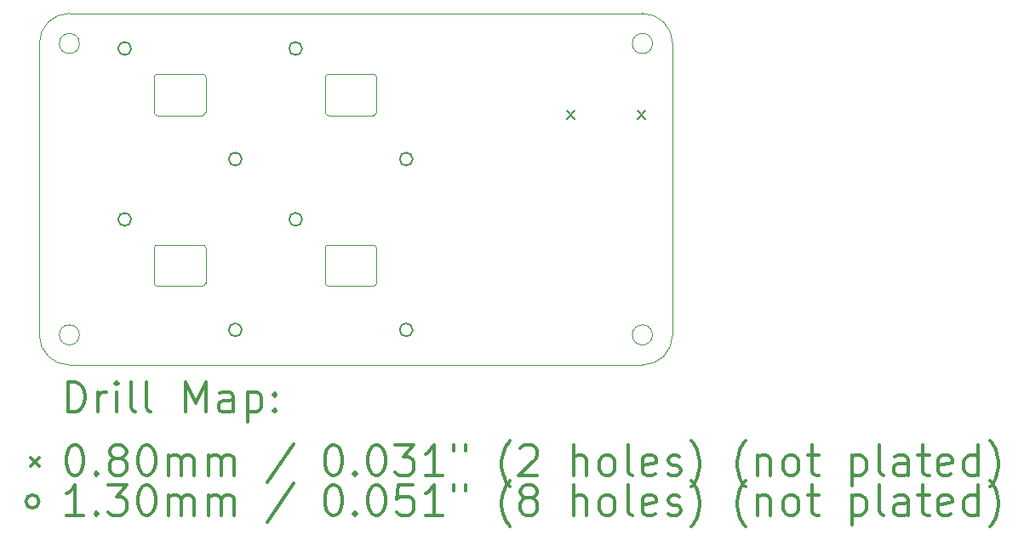
<source format=gbr>
%FSLAX45Y45*%
G04 Gerber Fmt 4.5, Leading zero omitted, Abs format (unit mm)*
G04 Created by KiCad (PCBNEW (5.1.6)-1) date 2022-07-31 05:20:59*
%MOMM*%
%LPD*%
G01*
G04 APERTURE LIST*
%TA.AperFunction,Profile*%
%ADD10C,0.050000*%
%TD*%
%TA.AperFunction,Profile*%
%ADD11C,0.100000*%
%TD*%
%ADD12C,0.200000*%
%ADD13C,0.300000*%
G04 APERTURE END LIST*
D10*
X11700000Y-8200000D02*
X11700000Y-11100000D01*
X12000000Y-11400000D02*
G75*
G02*
X11700000Y-11100000I0J300000D01*
G01*
X11700000Y-8200000D02*
G75*
G02*
X12000000Y-7900000I300000J0D01*
G01*
X12100000Y-11100000D02*
G75*
G03*
X12100000Y-11100000I-100000J0D01*
G01*
X12100000Y-8200000D02*
G75*
G03*
X12100000Y-8200000I-100000J0D01*
G01*
X18000000Y-11100000D02*
G75*
G02*
X17700000Y-11400000I-300000J0D01*
G01*
X17700000Y-7900000D02*
G75*
G02*
X18000000Y-8200000I0J-300000D01*
G01*
X17800000Y-11100000D02*
G75*
G03*
X17800000Y-11100000I-100000J0D01*
G01*
X17800000Y-8200000D02*
G75*
G03*
X17800000Y-8200000I-100000J0D01*
G01*
X12000000Y-11400000D02*
X17700000Y-11400000D01*
X17700000Y-7900000D02*
X12000000Y-7900000D01*
X18000000Y-8200000D02*
X18000000Y-11100000D01*
D11*
X15025000Y-10205000D02*
G75*
G02*
X15055000Y-10235000I0J-30000D01*
G01*
X13355000Y-10585000D02*
G75*
G02*
X13325000Y-10615000I-30000J0D01*
G01*
X14545000Y-10235000D02*
G75*
G02*
X14575000Y-10205000I30000J0D01*
G01*
X12845000Y-10585000D02*
X12845000Y-10235000D01*
X14575000Y-10615000D02*
G75*
G02*
X14545000Y-10585000I0J30000D01*
G01*
X13325000Y-10205000D02*
G75*
G02*
X13355000Y-10235000I0J-30000D01*
G01*
X13325000Y-10205000D02*
X12875000Y-10205000D01*
X13325000Y-10615000D02*
X12875000Y-10615000D01*
X12875000Y-10615000D02*
G75*
G02*
X12845000Y-10585000I0J30000D01*
G01*
X15055000Y-10585000D02*
G75*
G02*
X15025000Y-10615000I-30000J0D01*
G01*
X13355000Y-10235000D02*
X13355000Y-10585000D01*
X12845000Y-10235000D02*
G75*
G02*
X12875000Y-10205000I30000J0D01*
G01*
X15025000Y-10205000D02*
X14575000Y-10205000D01*
X14545000Y-10585000D02*
X14545000Y-10235000D01*
X15055000Y-10235000D02*
X15055000Y-10585000D01*
X15025000Y-10615000D02*
X14575000Y-10615000D01*
X15055000Y-8885000D02*
G75*
G02*
X15025000Y-8915000I-30000J0D01*
G01*
X15025000Y-8505000D02*
G75*
G02*
X15055000Y-8535000I0J-30000D01*
G01*
X15025000Y-8505000D02*
X14575000Y-8505000D01*
X14545000Y-8535000D02*
G75*
G02*
X14575000Y-8505000I30000J0D01*
G01*
X14545000Y-8885000D02*
X14545000Y-8535000D01*
X15055000Y-8535000D02*
X15055000Y-8885000D01*
X14575000Y-8915000D02*
G75*
G02*
X14545000Y-8885000I0J30000D01*
G01*
X15025000Y-8915000D02*
X14575000Y-8915000D01*
X13355000Y-8885000D02*
G75*
G02*
X13325000Y-8915000I-30000J0D01*
G01*
X13325000Y-8505000D02*
G75*
G02*
X13355000Y-8535000I0J-30000D01*
G01*
X13325000Y-8505000D02*
X12875000Y-8505000D01*
X12845000Y-8535000D02*
G75*
G02*
X12875000Y-8505000I30000J0D01*
G01*
X12845000Y-8885000D02*
X12845000Y-8535000D01*
X13355000Y-8535000D02*
X13355000Y-8885000D01*
X12875000Y-8915000D02*
G75*
G02*
X12845000Y-8885000I0J30000D01*
G01*
X13325000Y-8915000D02*
X12875000Y-8915000D01*
D12*
X16947500Y-8870000D02*
X17027500Y-8950000D01*
X17027500Y-8870000D02*
X16947500Y-8950000D01*
X17647500Y-8870000D02*
X17727500Y-8950000D01*
X17727500Y-8870000D02*
X17647500Y-8950000D01*
X12615001Y-9950016D02*
G75*
G03*
X12615001Y-9950016I-65000J0D01*
G01*
X13715001Y-11050016D02*
G75*
G03*
X13715001Y-11050016I-65000J0D01*
G01*
X14315001Y-9950016D02*
G75*
G03*
X14315001Y-9950016I-65000J0D01*
G01*
X15415001Y-11050016D02*
G75*
G03*
X15415001Y-11050016I-65000J0D01*
G01*
X12615001Y-8250016D02*
G75*
G03*
X12615001Y-8250016I-65000J0D01*
G01*
X13715001Y-9350016D02*
G75*
G03*
X13715001Y-9350016I-65000J0D01*
G01*
X14315001Y-8250016D02*
G75*
G03*
X14315001Y-8250016I-65000J0D01*
G01*
X15415001Y-9350016D02*
G75*
G03*
X15415001Y-9350016I-65000J0D01*
G01*
D13*
X11983928Y-11868214D02*
X11983928Y-11568214D01*
X12055357Y-11568214D01*
X12098214Y-11582500D01*
X12126786Y-11611071D01*
X12141071Y-11639643D01*
X12155357Y-11696786D01*
X12155357Y-11739643D01*
X12141071Y-11796786D01*
X12126786Y-11825357D01*
X12098214Y-11853929D01*
X12055357Y-11868214D01*
X11983928Y-11868214D01*
X12283928Y-11868214D02*
X12283928Y-11668214D01*
X12283928Y-11725357D02*
X12298214Y-11696786D01*
X12312500Y-11682500D01*
X12341071Y-11668214D01*
X12369643Y-11668214D01*
X12469643Y-11868214D02*
X12469643Y-11668214D01*
X12469643Y-11568214D02*
X12455357Y-11582500D01*
X12469643Y-11596786D01*
X12483928Y-11582500D01*
X12469643Y-11568214D01*
X12469643Y-11596786D01*
X12655357Y-11868214D02*
X12626786Y-11853929D01*
X12612500Y-11825357D01*
X12612500Y-11568214D01*
X12812500Y-11868214D02*
X12783928Y-11853929D01*
X12769643Y-11825357D01*
X12769643Y-11568214D01*
X13155357Y-11868214D02*
X13155357Y-11568214D01*
X13255357Y-11782500D01*
X13355357Y-11568214D01*
X13355357Y-11868214D01*
X13626786Y-11868214D02*
X13626786Y-11711071D01*
X13612500Y-11682500D01*
X13583928Y-11668214D01*
X13526786Y-11668214D01*
X13498214Y-11682500D01*
X13626786Y-11853929D02*
X13598214Y-11868214D01*
X13526786Y-11868214D01*
X13498214Y-11853929D01*
X13483928Y-11825357D01*
X13483928Y-11796786D01*
X13498214Y-11768214D01*
X13526786Y-11753929D01*
X13598214Y-11753929D01*
X13626786Y-11739643D01*
X13769643Y-11668214D02*
X13769643Y-11968214D01*
X13769643Y-11682500D02*
X13798214Y-11668214D01*
X13855357Y-11668214D01*
X13883928Y-11682500D01*
X13898214Y-11696786D01*
X13912500Y-11725357D01*
X13912500Y-11811071D01*
X13898214Y-11839643D01*
X13883928Y-11853929D01*
X13855357Y-11868214D01*
X13798214Y-11868214D01*
X13769643Y-11853929D01*
X14041071Y-11839643D02*
X14055357Y-11853929D01*
X14041071Y-11868214D01*
X14026786Y-11853929D01*
X14041071Y-11839643D01*
X14041071Y-11868214D01*
X14041071Y-11682500D02*
X14055357Y-11696786D01*
X14041071Y-11711071D01*
X14026786Y-11696786D01*
X14041071Y-11682500D01*
X14041071Y-11711071D01*
X11617500Y-12322500D02*
X11697500Y-12402500D01*
X11697500Y-12322500D02*
X11617500Y-12402500D01*
X12041071Y-12198214D02*
X12069643Y-12198214D01*
X12098214Y-12212500D01*
X12112500Y-12226786D01*
X12126786Y-12255357D01*
X12141071Y-12312500D01*
X12141071Y-12383929D01*
X12126786Y-12441071D01*
X12112500Y-12469643D01*
X12098214Y-12483929D01*
X12069643Y-12498214D01*
X12041071Y-12498214D01*
X12012500Y-12483929D01*
X11998214Y-12469643D01*
X11983928Y-12441071D01*
X11969643Y-12383929D01*
X11969643Y-12312500D01*
X11983928Y-12255357D01*
X11998214Y-12226786D01*
X12012500Y-12212500D01*
X12041071Y-12198214D01*
X12269643Y-12469643D02*
X12283928Y-12483929D01*
X12269643Y-12498214D01*
X12255357Y-12483929D01*
X12269643Y-12469643D01*
X12269643Y-12498214D01*
X12455357Y-12326786D02*
X12426786Y-12312500D01*
X12412500Y-12298214D01*
X12398214Y-12269643D01*
X12398214Y-12255357D01*
X12412500Y-12226786D01*
X12426786Y-12212500D01*
X12455357Y-12198214D01*
X12512500Y-12198214D01*
X12541071Y-12212500D01*
X12555357Y-12226786D01*
X12569643Y-12255357D01*
X12569643Y-12269643D01*
X12555357Y-12298214D01*
X12541071Y-12312500D01*
X12512500Y-12326786D01*
X12455357Y-12326786D01*
X12426786Y-12341071D01*
X12412500Y-12355357D01*
X12398214Y-12383929D01*
X12398214Y-12441071D01*
X12412500Y-12469643D01*
X12426786Y-12483929D01*
X12455357Y-12498214D01*
X12512500Y-12498214D01*
X12541071Y-12483929D01*
X12555357Y-12469643D01*
X12569643Y-12441071D01*
X12569643Y-12383929D01*
X12555357Y-12355357D01*
X12541071Y-12341071D01*
X12512500Y-12326786D01*
X12755357Y-12198214D02*
X12783928Y-12198214D01*
X12812500Y-12212500D01*
X12826786Y-12226786D01*
X12841071Y-12255357D01*
X12855357Y-12312500D01*
X12855357Y-12383929D01*
X12841071Y-12441071D01*
X12826786Y-12469643D01*
X12812500Y-12483929D01*
X12783928Y-12498214D01*
X12755357Y-12498214D01*
X12726786Y-12483929D01*
X12712500Y-12469643D01*
X12698214Y-12441071D01*
X12683928Y-12383929D01*
X12683928Y-12312500D01*
X12698214Y-12255357D01*
X12712500Y-12226786D01*
X12726786Y-12212500D01*
X12755357Y-12198214D01*
X12983928Y-12498214D02*
X12983928Y-12298214D01*
X12983928Y-12326786D02*
X12998214Y-12312500D01*
X13026786Y-12298214D01*
X13069643Y-12298214D01*
X13098214Y-12312500D01*
X13112500Y-12341071D01*
X13112500Y-12498214D01*
X13112500Y-12341071D02*
X13126786Y-12312500D01*
X13155357Y-12298214D01*
X13198214Y-12298214D01*
X13226786Y-12312500D01*
X13241071Y-12341071D01*
X13241071Y-12498214D01*
X13383928Y-12498214D02*
X13383928Y-12298214D01*
X13383928Y-12326786D02*
X13398214Y-12312500D01*
X13426786Y-12298214D01*
X13469643Y-12298214D01*
X13498214Y-12312500D01*
X13512500Y-12341071D01*
X13512500Y-12498214D01*
X13512500Y-12341071D02*
X13526786Y-12312500D01*
X13555357Y-12298214D01*
X13598214Y-12298214D01*
X13626786Y-12312500D01*
X13641071Y-12341071D01*
X13641071Y-12498214D01*
X14226786Y-12183929D02*
X13969643Y-12569643D01*
X14612500Y-12198214D02*
X14641071Y-12198214D01*
X14669643Y-12212500D01*
X14683928Y-12226786D01*
X14698214Y-12255357D01*
X14712500Y-12312500D01*
X14712500Y-12383929D01*
X14698214Y-12441071D01*
X14683928Y-12469643D01*
X14669643Y-12483929D01*
X14641071Y-12498214D01*
X14612500Y-12498214D01*
X14583928Y-12483929D01*
X14569643Y-12469643D01*
X14555357Y-12441071D01*
X14541071Y-12383929D01*
X14541071Y-12312500D01*
X14555357Y-12255357D01*
X14569643Y-12226786D01*
X14583928Y-12212500D01*
X14612500Y-12198214D01*
X14841071Y-12469643D02*
X14855357Y-12483929D01*
X14841071Y-12498214D01*
X14826786Y-12483929D01*
X14841071Y-12469643D01*
X14841071Y-12498214D01*
X15041071Y-12198214D02*
X15069643Y-12198214D01*
X15098214Y-12212500D01*
X15112500Y-12226786D01*
X15126786Y-12255357D01*
X15141071Y-12312500D01*
X15141071Y-12383929D01*
X15126786Y-12441071D01*
X15112500Y-12469643D01*
X15098214Y-12483929D01*
X15069643Y-12498214D01*
X15041071Y-12498214D01*
X15012500Y-12483929D01*
X14998214Y-12469643D01*
X14983928Y-12441071D01*
X14969643Y-12383929D01*
X14969643Y-12312500D01*
X14983928Y-12255357D01*
X14998214Y-12226786D01*
X15012500Y-12212500D01*
X15041071Y-12198214D01*
X15241071Y-12198214D02*
X15426786Y-12198214D01*
X15326786Y-12312500D01*
X15369643Y-12312500D01*
X15398214Y-12326786D01*
X15412500Y-12341071D01*
X15426786Y-12369643D01*
X15426786Y-12441071D01*
X15412500Y-12469643D01*
X15398214Y-12483929D01*
X15369643Y-12498214D01*
X15283928Y-12498214D01*
X15255357Y-12483929D01*
X15241071Y-12469643D01*
X15712500Y-12498214D02*
X15541071Y-12498214D01*
X15626786Y-12498214D02*
X15626786Y-12198214D01*
X15598214Y-12241071D01*
X15569643Y-12269643D01*
X15541071Y-12283929D01*
X15826786Y-12198214D02*
X15826786Y-12255357D01*
X15941071Y-12198214D02*
X15941071Y-12255357D01*
X16383928Y-12612500D02*
X16369643Y-12598214D01*
X16341071Y-12555357D01*
X16326786Y-12526786D01*
X16312500Y-12483929D01*
X16298214Y-12412500D01*
X16298214Y-12355357D01*
X16312500Y-12283929D01*
X16326786Y-12241071D01*
X16341071Y-12212500D01*
X16369643Y-12169643D01*
X16383928Y-12155357D01*
X16483928Y-12226786D02*
X16498214Y-12212500D01*
X16526786Y-12198214D01*
X16598214Y-12198214D01*
X16626786Y-12212500D01*
X16641071Y-12226786D01*
X16655357Y-12255357D01*
X16655357Y-12283929D01*
X16641071Y-12326786D01*
X16469643Y-12498214D01*
X16655357Y-12498214D01*
X17012500Y-12498214D02*
X17012500Y-12198214D01*
X17141071Y-12498214D02*
X17141071Y-12341071D01*
X17126786Y-12312500D01*
X17098214Y-12298214D01*
X17055357Y-12298214D01*
X17026786Y-12312500D01*
X17012500Y-12326786D01*
X17326786Y-12498214D02*
X17298214Y-12483929D01*
X17283928Y-12469643D01*
X17269643Y-12441071D01*
X17269643Y-12355357D01*
X17283928Y-12326786D01*
X17298214Y-12312500D01*
X17326786Y-12298214D01*
X17369643Y-12298214D01*
X17398214Y-12312500D01*
X17412500Y-12326786D01*
X17426786Y-12355357D01*
X17426786Y-12441071D01*
X17412500Y-12469643D01*
X17398214Y-12483929D01*
X17369643Y-12498214D01*
X17326786Y-12498214D01*
X17598214Y-12498214D02*
X17569643Y-12483929D01*
X17555357Y-12455357D01*
X17555357Y-12198214D01*
X17826786Y-12483929D02*
X17798214Y-12498214D01*
X17741071Y-12498214D01*
X17712500Y-12483929D01*
X17698214Y-12455357D01*
X17698214Y-12341071D01*
X17712500Y-12312500D01*
X17741071Y-12298214D01*
X17798214Y-12298214D01*
X17826786Y-12312500D01*
X17841071Y-12341071D01*
X17841071Y-12369643D01*
X17698214Y-12398214D01*
X17955357Y-12483929D02*
X17983928Y-12498214D01*
X18041071Y-12498214D01*
X18069643Y-12483929D01*
X18083928Y-12455357D01*
X18083928Y-12441071D01*
X18069643Y-12412500D01*
X18041071Y-12398214D01*
X17998214Y-12398214D01*
X17969643Y-12383929D01*
X17955357Y-12355357D01*
X17955357Y-12341071D01*
X17969643Y-12312500D01*
X17998214Y-12298214D01*
X18041071Y-12298214D01*
X18069643Y-12312500D01*
X18183928Y-12612500D02*
X18198214Y-12598214D01*
X18226786Y-12555357D01*
X18241071Y-12526786D01*
X18255357Y-12483929D01*
X18269643Y-12412500D01*
X18269643Y-12355357D01*
X18255357Y-12283929D01*
X18241071Y-12241071D01*
X18226786Y-12212500D01*
X18198214Y-12169643D01*
X18183928Y-12155357D01*
X18726786Y-12612500D02*
X18712500Y-12598214D01*
X18683928Y-12555357D01*
X18669643Y-12526786D01*
X18655357Y-12483929D01*
X18641071Y-12412500D01*
X18641071Y-12355357D01*
X18655357Y-12283929D01*
X18669643Y-12241071D01*
X18683928Y-12212500D01*
X18712500Y-12169643D01*
X18726786Y-12155357D01*
X18841071Y-12298214D02*
X18841071Y-12498214D01*
X18841071Y-12326786D02*
X18855357Y-12312500D01*
X18883928Y-12298214D01*
X18926786Y-12298214D01*
X18955357Y-12312500D01*
X18969643Y-12341071D01*
X18969643Y-12498214D01*
X19155357Y-12498214D02*
X19126786Y-12483929D01*
X19112500Y-12469643D01*
X19098214Y-12441071D01*
X19098214Y-12355357D01*
X19112500Y-12326786D01*
X19126786Y-12312500D01*
X19155357Y-12298214D01*
X19198214Y-12298214D01*
X19226786Y-12312500D01*
X19241071Y-12326786D01*
X19255357Y-12355357D01*
X19255357Y-12441071D01*
X19241071Y-12469643D01*
X19226786Y-12483929D01*
X19198214Y-12498214D01*
X19155357Y-12498214D01*
X19341071Y-12298214D02*
X19455357Y-12298214D01*
X19383928Y-12198214D02*
X19383928Y-12455357D01*
X19398214Y-12483929D01*
X19426786Y-12498214D01*
X19455357Y-12498214D01*
X19783928Y-12298214D02*
X19783928Y-12598214D01*
X19783928Y-12312500D02*
X19812500Y-12298214D01*
X19869643Y-12298214D01*
X19898214Y-12312500D01*
X19912500Y-12326786D01*
X19926786Y-12355357D01*
X19926786Y-12441071D01*
X19912500Y-12469643D01*
X19898214Y-12483929D01*
X19869643Y-12498214D01*
X19812500Y-12498214D01*
X19783928Y-12483929D01*
X20098214Y-12498214D02*
X20069643Y-12483929D01*
X20055357Y-12455357D01*
X20055357Y-12198214D01*
X20341071Y-12498214D02*
X20341071Y-12341071D01*
X20326786Y-12312500D01*
X20298214Y-12298214D01*
X20241071Y-12298214D01*
X20212500Y-12312500D01*
X20341071Y-12483929D02*
X20312500Y-12498214D01*
X20241071Y-12498214D01*
X20212500Y-12483929D01*
X20198214Y-12455357D01*
X20198214Y-12426786D01*
X20212500Y-12398214D01*
X20241071Y-12383929D01*
X20312500Y-12383929D01*
X20341071Y-12369643D01*
X20441071Y-12298214D02*
X20555357Y-12298214D01*
X20483928Y-12198214D02*
X20483928Y-12455357D01*
X20498214Y-12483929D01*
X20526786Y-12498214D01*
X20555357Y-12498214D01*
X20769643Y-12483929D02*
X20741071Y-12498214D01*
X20683928Y-12498214D01*
X20655357Y-12483929D01*
X20641071Y-12455357D01*
X20641071Y-12341071D01*
X20655357Y-12312500D01*
X20683928Y-12298214D01*
X20741071Y-12298214D01*
X20769643Y-12312500D01*
X20783928Y-12341071D01*
X20783928Y-12369643D01*
X20641071Y-12398214D01*
X21041071Y-12498214D02*
X21041071Y-12198214D01*
X21041071Y-12483929D02*
X21012500Y-12498214D01*
X20955357Y-12498214D01*
X20926786Y-12483929D01*
X20912500Y-12469643D01*
X20898214Y-12441071D01*
X20898214Y-12355357D01*
X20912500Y-12326786D01*
X20926786Y-12312500D01*
X20955357Y-12298214D01*
X21012500Y-12298214D01*
X21041071Y-12312500D01*
X21155357Y-12612500D02*
X21169643Y-12598214D01*
X21198214Y-12555357D01*
X21212500Y-12526786D01*
X21226786Y-12483929D01*
X21241071Y-12412500D01*
X21241071Y-12355357D01*
X21226786Y-12283929D01*
X21212500Y-12241071D01*
X21198214Y-12212500D01*
X21169643Y-12169643D01*
X21155357Y-12155357D01*
X11697500Y-12758500D02*
G75*
G03*
X11697500Y-12758500I-65000J0D01*
G01*
X12141071Y-12894214D02*
X11969643Y-12894214D01*
X12055357Y-12894214D02*
X12055357Y-12594214D01*
X12026786Y-12637071D01*
X11998214Y-12665643D01*
X11969643Y-12679929D01*
X12269643Y-12865643D02*
X12283928Y-12879929D01*
X12269643Y-12894214D01*
X12255357Y-12879929D01*
X12269643Y-12865643D01*
X12269643Y-12894214D01*
X12383928Y-12594214D02*
X12569643Y-12594214D01*
X12469643Y-12708500D01*
X12512500Y-12708500D01*
X12541071Y-12722786D01*
X12555357Y-12737071D01*
X12569643Y-12765643D01*
X12569643Y-12837071D01*
X12555357Y-12865643D01*
X12541071Y-12879929D01*
X12512500Y-12894214D01*
X12426786Y-12894214D01*
X12398214Y-12879929D01*
X12383928Y-12865643D01*
X12755357Y-12594214D02*
X12783928Y-12594214D01*
X12812500Y-12608500D01*
X12826786Y-12622786D01*
X12841071Y-12651357D01*
X12855357Y-12708500D01*
X12855357Y-12779929D01*
X12841071Y-12837071D01*
X12826786Y-12865643D01*
X12812500Y-12879929D01*
X12783928Y-12894214D01*
X12755357Y-12894214D01*
X12726786Y-12879929D01*
X12712500Y-12865643D01*
X12698214Y-12837071D01*
X12683928Y-12779929D01*
X12683928Y-12708500D01*
X12698214Y-12651357D01*
X12712500Y-12622786D01*
X12726786Y-12608500D01*
X12755357Y-12594214D01*
X12983928Y-12894214D02*
X12983928Y-12694214D01*
X12983928Y-12722786D02*
X12998214Y-12708500D01*
X13026786Y-12694214D01*
X13069643Y-12694214D01*
X13098214Y-12708500D01*
X13112500Y-12737071D01*
X13112500Y-12894214D01*
X13112500Y-12737071D02*
X13126786Y-12708500D01*
X13155357Y-12694214D01*
X13198214Y-12694214D01*
X13226786Y-12708500D01*
X13241071Y-12737071D01*
X13241071Y-12894214D01*
X13383928Y-12894214D02*
X13383928Y-12694214D01*
X13383928Y-12722786D02*
X13398214Y-12708500D01*
X13426786Y-12694214D01*
X13469643Y-12694214D01*
X13498214Y-12708500D01*
X13512500Y-12737071D01*
X13512500Y-12894214D01*
X13512500Y-12737071D02*
X13526786Y-12708500D01*
X13555357Y-12694214D01*
X13598214Y-12694214D01*
X13626786Y-12708500D01*
X13641071Y-12737071D01*
X13641071Y-12894214D01*
X14226786Y-12579929D02*
X13969643Y-12965643D01*
X14612500Y-12594214D02*
X14641071Y-12594214D01*
X14669643Y-12608500D01*
X14683928Y-12622786D01*
X14698214Y-12651357D01*
X14712500Y-12708500D01*
X14712500Y-12779929D01*
X14698214Y-12837071D01*
X14683928Y-12865643D01*
X14669643Y-12879929D01*
X14641071Y-12894214D01*
X14612500Y-12894214D01*
X14583928Y-12879929D01*
X14569643Y-12865643D01*
X14555357Y-12837071D01*
X14541071Y-12779929D01*
X14541071Y-12708500D01*
X14555357Y-12651357D01*
X14569643Y-12622786D01*
X14583928Y-12608500D01*
X14612500Y-12594214D01*
X14841071Y-12865643D02*
X14855357Y-12879929D01*
X14841071Y-12894214D01*
X14826786Y-12879929D01*
X14841071Y-12865643D01*
X14841071Y-12894214D01*
X15041071Y-12594214D02*
X15069643Y-12594214D01*
X15098214Y-12608500D01*
X15112500Y-12622786D01*
X15126786Y-12651357D01*
X15141071Y-12708500D01*
X15141071Y-12779929D01*
X15126786Y-12837071D01*
X15112500Y-12865643D01*
X15098214Y-12879929D01*
X15069643Y-12894214D01*
X15041071Y-12894214D01*
X15012500Y-12879929D01*
X14998214Y-12865643D01*
X14983928Y-12837071D01*
X14969643Y-12779929D01*
X14969643Y-12708500D01*
X14983928Y-12651357D01*
X14998214Y-12622786D01*
X15012500Y-12608500D01*
X15041071Y-12594214D01*
X15412500Y-12594214D02*
X15269643Y-12594214D01*
X15255357Y-12737071D01*
X15269643Y-12722786D01*
X15298214Y-12708500D01*
X15369643Y-12708500D01*
X15398214Y-12722786D01*
X15412500Y-12737071D01*
X15426786Y-12765643D01*
X15426786Y-12837071D01*
X15412500Y-12865643D01*
X15398214Y-12879929D01*
X15369643Y-12894214D01*
X15298214Y-12894214D01*
X15269643Y-12879929D01*
X15255357Y-12865643D01*
X15712500Y-12894214D02*
X15541071Y-12894214D01*
X15626786Y-12894214D02*
X15626786Y-12594214D01*
X15598214Y-12637071D01*
X15569643Y-12665643D01*
X15541071Y-12679929D01*
X15826786Y-12594214D02*
X15826786Y-12651357D01*
X15941071Y-12594214D02*
X15941071Y-12651357D01*
X16383928Y-13008500D02*
X16369643Y-12994214D01*
X16341071Y-12951357D01*
X16326786Y-12922786D01*
X16312500Y-12879929D01*
X16298214Y-12808500D01*
X16298214Y-12751357D01*
X16312500Y-12679929D01*
X16326786Y-12637071D01*
X16341071Y-12608500D01*
X16369643Y-12565643D01*
X16383928Y-12551357D01*
X16541071Y-12722786D02*
X16512500Y-12708500D01*
X16498214Y-12694214D01*
X16483928Y-12665643D01*
X16483928Y-12651357D01*
X16498214Y-12622786D01*
X16512500Y-12608500D01*
X16541071Y-12594214D01*
X16598214Y-12594214D01*
X16626786Y-12608500D01*
X16641071Y-12622786D01*
X16655357Y-12651357D01*
X16655357Y-12665643D01*
X16641071Y-12694214D01*
X16626786Y-12708500D01*
X16598214Y-12722786D01*
X16541071Y-12722786D01*
X16512500Y-12737071D01*
X16498214Y-12751357D01*
X16483928Y-12779929D01*
X16483928Y-12837071D01*
X16498214Y-12865643D01*
X16512500Y-12879929D01*
X16541071Y-12894214D01*
X16598214Y-12894214D01*
X16626786Y-12879929D01*
X16641071Y-12865643D01*
X16655357Y-12837071D01*
X16655357Y-12779929D01*
X16641071Y-12751357D01*
X16626786Y-12737071D01*
X16598214Y-12722786D01*
X17012500Y-12894214D02*
X17012500Y-12594214D01*
X17141071Y-12894214D02*
X17141071Y-12737071D01*
X17126786Y-12708500D01*
X17098214Y-12694214D01*
X17055357Y-12694214D01*
X17026786Y-12708500D01*
X17012500Y-12722786D01*
X17326786Y-12894214D02*
X17298214Y-12879929D01*
X17283928Y-12865643D01*
X17269643Y-12837071D01*
X17269643Y-12751357D01*
X17283928Y-12722786D01*
X17298214Y-12708500D01*
X17326786Y-12694214D01*
X17369643Y-12694214D01*
X17398214Y-12708500D01*
X17412500Y-12722786D01*
X17426786Y-12751357D01*
X17426786Y-12837071D01*
X17412500Y-12865643D01*
X17398214Y-12879929D01*
X17369643Y-12894214D01*
X17326786Y-12894214D01*
X17598214Y-12894214D02*
X17569643Y-12879929D01*
X17555357Y-12851357D01*
X17555357Y-12594214D01*
X17826786Y-12879929D02*
X17798214Y-12894214D01*
X17741071Y-12894214D01*
X17712500Y-12879929D01*
X17698214Y-12851357D01*
X17698214Y-12737071D01*
X17712500Y-12708500D01*
X17741071Y-12694214D01*
X17798214Y-12694214D01*
X17826786Y-12708500D01*
X17841071Y-12737071D01*
X17841071Y-12765643D01*
X17698214Y-12794214D01*
X17955357Y-12879929D02*
X17983928Y-12894214D01*
X18041071Y-12894214D01*
X18069643Y-12879929D01*
X18083928Y-12851357D01*
X18083928Y-12837071D01*
X18069643Y-12808500D01*
X18041071Y-12794214D01*
X17998214Y-12794214D01*
X17969643Y-12779929D01*
X17955357Y-12751357D01*
X17955357Y-12737071D01*
X17969643Y-12708500D01*
X17998214Y-12694214D01*
X18041071Y-12694214D01*
X18069643Y-12708500D01*
X18183928Y-13008500D02*
X18198214Y-12994214D01*
X18226786Y-12951357D01*
X18241071Y-12922786D01*
X18255357Y-12879929D01*
X18269643Y-12808500D01*
X18269643Y-12751357D01*
X18255357Y-12679929D01*
X18241071Y-12637071D01*
X18226786Y-12608500D01*
X18198214Y-12565643D01*
X18183928Y-12551357D01*
X18726786Y-13008500D02*
X18712500Y-12994214D01*
X18683928Y-12951357D01*
X18669643Y-12922786D01*
X18655357Y-12879929D01*
X18641071Y-12808500D01*
X18641071Y-12751357D01*
X18655357Y-12679929D01*
X18669643Y-12637071D01*
X18683928Y-12608500D01*
X18712500Y-12565643D01*
X18726786Y-12551357D01*
X18841071Y-12694214D02*
X18841071Y-12894214D01*
X18841071Y-12722786D02*
X18855357Y-12708500D01*
X18883928Y-12694214D01*
X18926786Y-12694214D01*
X18955357Y-12708500D01*
X18969643Y-12737071D01*
X18969643Y-12894214D01*
X19155357Y-12894214D02*
X19126786Y-12879929D01*
X19112500Y-12865643D01*
X19098214Y-12837071D01*
X19098214Y-12751357D01*
X19112500Y-12722786D01*
X19126786Y-12708500D01*
X19155357Y-12694214D01*
X19198214Y-12694214D01*
X19226786Y-12708500D01*
X19241071Y-12722786D01*
X19255357Y-12751357D01*
X19255357Y-12837071D01*
X19241071Y-12865643D01*
X19226786Y-12879929D01*
X19198214Y-12894214D01*
X19155357Y-12894214D01*
X19341071Y-12694214D02*
X19455357Y-12694214D01*
X19383928Y-12594214D02*
X19383928Y-12851357D01*
X19398214Y-12879929D01*
X19426786Y-12894214D01*
X19455357Y-12894214D01*
X19783928Y-12694214D02*
X19783928Y-12994214D01*
X19783928Y-12708500D02*
X19812500Y-12694214D01*
X19869643Y-12694214D01*
X19898214Y-12708500D01*
X19912500Y-12722786D01*
X19926786Y-12751357D01*
X19926786Y-12837071D01*
X19912500Y-12865643D01*
X19898214Y-12879929D01*
X19869643Y-12894214D01*
X19812500Y-12894214D01*
X19783928Y-12879929D01*
X20098214Y-12894214D02*
X20069643Y-12879929D01*
X20055357Y-12851357D01*
X20055357Y-12594214D01*
X20341071Y-12894214D02*
X20341071Y-12737071D01*
X20326786Y-12708500D01*
X20298214Y-12694214D01*
X20241071Y-12694214D01*
X20212500Y-12708500D01*
X20341071Y-12879929D02*
X20312500Y-12894214D01*
X20241071Y-12894214D01*
X20212500Y-12879929D01*
X20198214Y-12851357D01*
X20198214Y-12822786D01*
X20212500Y-12794214D01*
X20241071Y-12779929D01*
X20312500Y-12779929D01*
X20341071Y-12765643D01*
X20441071Y-12694214D02*
X20555357Y-12694214D01*
X20483928Y-12594214D02*
X20483928Y-12851357D01*
X20498214Y-12879929D01*
X20526786Y-12894214D01*
X20555357Y-12894214D01*
X20769643Y-12879929D02*
X20741071Y-12894214D01*
X20683928Y-12894214D01*
X20655357Y-12879929D01*
X20641071Y-12851357D01*
X20641071Y-12737071D01*
X20655357Y-12708500D01*
X20683928Y-12694214D01*
X20741071Y-12694214D01*
X20769643Y-12708500D01*
X20783928Y-12737071D01*
X20783928Y-12765643D01*
X20641071Y-12794214D01*
X21041071Y-12894214D02*
X21041071Y-12594214D01*
X21041071Y-12879929D02*
X21012500Y-12894214D01*
X20955357Y-12894214D01*
X20926786Y-12879929D01*
X20912500Y-12865643D01*
X20898214Y-12837071D01*
X20898214Y-12751357D01*
X20912500Y-12722786D01*
X20926786Y-12708500D01*
X20955357Y-12694214D01*
X21012500Y-12694214D01*
X21041071Y-12708500D01*
X21155357Y-13008500D02*
X21169643Y-12994214D01*
X21198214Y-12951357D01*
X21212500Y-12922786D01*
X21226786Y-12879929D01*
X21241071Y-12808500D01*
X21241071Y-12751357D01*
X21226786Y-12679929D01*
X21212500Y-12637071D01*
X21198214Y-12608500D01*
X21169643Y-12565643D01*
X21155357Y-12551357D01*
M02*

</source>
